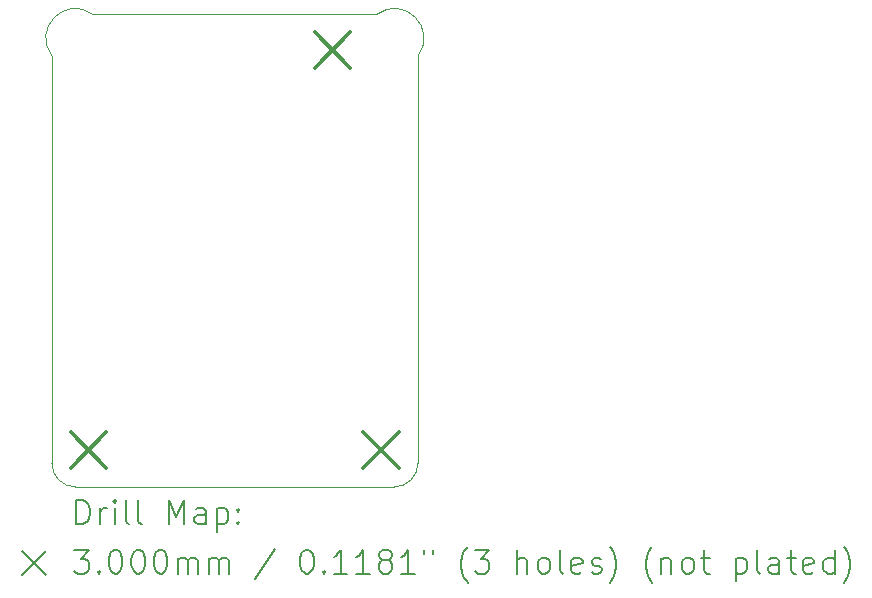
<source format=gbr>
%TF.GenerationSoftware,KiCad,Pcbnew,9.0.0*%
%TF.CreationDate,2025-11-27T12:56:08-07:00*%
%TF.ProjectId,OSS-Radio_2M70CM,4f53532d-5261-4646-996f-5f324d373043,rev?*%
%TF.SameCoordinates,Original*%
%TF.FileFunction,Drillmap*%
%TF.FilePolarity,Positive*%
%FSLAX45Y45*%
G04 Gerber Fmt 4.5, Leading zero omitted, Abs format (unit mm)*
G04 Created by KiCad (PCBNEW 9.0.0) date 2025-11-27 12:56:08*
%MOMM*%
%LPD*%
G01*
G04 APERTURE LIST*
%ADD10C,0.050000*%
%ADD11C,0.200000*%
%ADD12C,0.300000*%
G04 APERTURE END LIST*
D10*
X13450000Y-11800000D02*
X13450000Y-8350000D01*
X13650000Y-12000000D02*
G75*
G02*
X13450000Y-11800000I0J200000D01*
G01*
X13450000Y-8350000D02*
G75*
G02*
X13800000Y-8000000I200000J150000D01*
G01*
X16550000Y-11800000D02*
G75*
G02*
X16350000Y-12000000I-200000J0D01*
G01*
X16350000Y-12000000D02*
X13650000Y-12000000D01*
X13800000Y-8000000D02*
X16200000Y-8000000D01*
X16550000Y-8350000D02*
X16550000Y-11800000D01*
X16200000Y-8000000D02*
G75*
G02*
X16550000Y-8350000I150000J-200000D01*
G01*
D11*
D12*
X13612500Y-11537500D02*
X13912500Y-11837500D01*
X13912500Y-11537500D02*
X13612500Y-11837500D01*
X15675000Y-8150000D02*
X15975000Y-8450000D01*
X15975000Y-8150000D02*
X15675000Y-8450000D01*
X16087500Y-11537500D02*
X16387500Y-11837500D01*
X16387500Y-11537500D02*
X16087500Y-11837500D01*
D11*
X13658277Y-12313984D02*
X13658277Y-12113984D01*
X13658277Y-12113984D02*
X13705896Y-12113984D01*
X13705896Y-12113984D02*
X13734467Y-12123508D01*
X13734467Y-12123508D02*
X13753515Y-12142555D01*
X13753515Y-12142555D02*
X13763039Y-12161603D01*
X13763039Y-12161603D02*
X13772562Y-12199698D01*
X13772562Y-12199698D02*
X13772562Y-12228269D01*
X13772562Y-12228269D02*
X13763039Y-12266365D01*
X13763039Y-12266365D02*
X13753515Y-12285412D01*
X13753515Y-12285412D02*
X13734467Y-12304460D01*
X13734467Y-12304460D02*
X13705896Y-12313984D01*
X13705896Y-12313984D02*
X13658277Y-12313984D01*
X13858277Y-12313984D02*
X13858277Y-12180650D01*
X13858277Y-12218746D02*
X13867801Y-12199698D01*
X13867801Y-12199698D02*
X13877324Y-12190174D01*
X13877324Y-12190174D02*
X13896372Y-12180650D01*
X13896372Y-12180650D02*
X13915420Y-12180650D01*
X13982086Y-12313984D02*
X13982086Y-12180650D01*
X13982086Y-12113984D02*
X13972562Y-12123508D01*
X13972562Y-12123508D02*
X13982086Y-12133031D01*
X13982086Y-12133031D02*
X13991610Y-12123508D01*
X13991610Y-12123508D02*
X13982086Y-12113984D01*
X13982086Y-12113984D02*
X13982086Y-12133031D01*
X14105896Y-12313984D02*
X14086848Y-12304460D01*
X14086848Y-12304460D02*
X14077324Y-12285412D01*
X14077324Y-12285412D02*
X14077324Y-12113984D01*
X14210658Y-12313984D02*
X14191610Y-12304460D01*
X14191610Y-12304460D02*
X14182086Y-12285412D01*
X14182086Y-12285412D02*
X14182086Y-12113984D01*
X14439229Y-12313984D02*
X14439229Y-12113984D01*
X14439229Y-12113984D02*
X14505896Y-12256841D01*
X14505896Y-12256841D02*
X14572562Y-12113984D01*
X14572562Y-12113984D02*
X14572562Y-12313984D01*
X14753515Y-12313984D02*
X14753515Y-12209222D01*
X14753515Y-12209222D02*
X14743991Y-12190174D01*
X14743991Y-12190174D02*
X14724943Y-12180650D01*
X14724943Y-12180650D02*
X14686848Y-12180650D01*
X14686848Y-12180650D02*
X14667801Y-12190174D01*
X14753515Y-12304460D02*
X14734467Y-12313984D01*
X14734467Y-12313984D02*
X14686848Y-12313984D01*
X14686848Y-12313984D02*
X14667801Y-12304460D01*
X14667801Y-12304460D02*
X14658277Y-12285412D01*
X14658277Y-12285412D02*
X14658277Y-12266365D01*
X14658277Y-12266365D02*
X14667801Y-12247317D01*
X14667801Y-12247317D02*
X14686848Y-12237793D01*
X14686848Y-12237793D02*
X14734467Y-12237793D01*
X14734467Y-12237793D02*
X14753515Y-12228269D01*
X14848753Y-12180650D02*
X14848753Y-12380650D01*
X14848753Y-12190174D02*
X14867801Y-12180650D01*
X14867801Y-12180650D02*
X14905896Y-12180650D01*
X14905896Y-12180650D02*
X14924943Y-12190174D01*
X14924943Y-12190174D02*
X14934467Y-12199698D01*
X14934467Y-12199698D02*
X14943991Y-12218746D01*
X14943991Y-12218746D02*
X14943991Y-12275888D01*
X14943991Y-12275888D02*
X14934467Y-12294936D01*
X14934467Y-12294936D02*
X14924943Y-12304460D01*
X14924943Y-12304460D02*
X14905896Y-12313984D01*
X14905896Y-12313984D02*
X14867801Y-12313984D01*
X14867801Y-12313984D02*
X14848753Y-12304460D01*
X15029705Y-12294936D02*
X15039229Y-12304460D01*
X15039229Y-12304460D02*
X15029705Y-12313984D01*
X15029705Y-12313984D02*
X15020182Y-12304460D01*
X15020182Y-12304460D02*
X15029705Y-12294936D01*
X15029705Y-12294936D02*
X15029705Y-12313984D01*
X15029705Y-12190174D02*
X15039229Y-12199698D01*
X15039229Y-12199698D02*
X15029705Y-12209222D01*
X15029705Y-12209222D02*
X15020182Y-12199698D01*
X15020182Y-12199698D02*
X15029705Y-12190174D01*
X15029705Y-12190174D02*
X15029705Y-12209222D01*
X13197500Y-12542500D02*
X13397500Y-12742500D01*
X13397500Y-12542500D02*
X13197500Y-12742500D01*
X13639229Y-12533984D02*
X13763039Y-12533984D01*
X13763039Y-12533984D02*
X13696372Y-12610174D01*
X13696372Y-12610174D02*
X13724943Y-12610174D01*
X13724943Y-12610174D02*
X13743991Y-12619698D01*
X13743991Y-12619698D02*
X13753515Y-12629222D01*
X13753515Y-12629222D02*
X13763039Y-12648269D01*
X13763039Y-12648269D02*
X13763039Y-12695888D01*
X13763039Y-12695888D02*
X13753515Y-12714936D01*
X13753515Y-12714936D02*
X13743991Y-12724460D01*
X13743991Y-12724460D02*
X13724943Y-12733984D01*
X13724943Y-12733984D02*
X13667801Y-12733984D01*
X13667801Y-12733984D02*
X13648753Y-12724460D01*
X13648753Y-12724460D02*
X13639229Y-12714936D01*
X13848753Y-12714936D02*
X13858277Y-12724460D01*
X13858277Y-12724460D02*
X13848753Y-12733984D01*
X13848753Y-12733984D02*
X13839229Y-12724460D01*
X13839229Y-12724460D02*
X13848753Y-12714936D01*
X13848753Y-12714936D02*
X13848753Y-12733984D01*
X13982086Y-12533984D02*
X14001134Y-12533984D01*
X14001134Y-12533984D02*
X14020182Y-12543508D01*
X14020182Y-12543508D02*
X14029705Y-12553031D01*
X14029705Y-12553031D02*
X14039229Y-12572079D01*
X14039229Y-12572079D02*
X14048753Y-12610174D01*
X14048753Y-12610174D02*
X14048753Y-12657793D01*
X14048753Y-12657793D02*
X14039229Y-12695888D01*
X14039229Y-12695888D02*
X14029705Y-12714936D01*
X14029705Y-12714936D02*
X14020182Y-12724460D01*
X14020182Y-12724460D02*
X14001134Y-12733984D01*
X14001134Y-12733984D02*
X13982086Y-12733984D01*
X13982086Y-12733984D02*
X13963039Y-12724460D01*
X13963039Y-12724460D02*
X13953515Y-12714936D01*
X13953515Y-12714936D02*
X13943991Y-12695888D01*
X13943991Y-12695888D02*
X13934467Y-12657793D01*
X13934467Y-12657793D02*
X13934467Y-12610174D01*
X13934467Y-12610174D02*
X13943991Y-12572079D01*
X13943991Y-12572079D02*
X13953515Y-12553031D01*
X13953515Y-12553031D02*
X13963039Y-12543508D01*
X13963039Y-12543508D02*
X13982086Y-12533984D01*
X14172562Y-12533984D02*
X14191610Y-12533984D01*
X14191610Y-12533984D02*
X14210658Y-12543508D01*
X14210658Y-12543508D02*
X14220182Y-12553031D01*
X14220182Y-12553031D02*
X14229705Y-12572079D01*
X14229705Y-12572079D02*
X14239229Y-12610174D01*
X14239229Y-12610174D02*
X14239229Y-12657793D01*
X14239229Y-12657793D02*
X14229705Y-12695888D01*
X14229705Y-12695888D02*
X14220182Y-12714936D01*
X14220182Y-12714936D02*
X14210658Y-12724460D01*
X14210658Y-12724460D02*
X14191610Y-12733984D01*
X14191610Y-12733984D02*
X14172562Y-12733984D01*
X14172562Y-12733984D02*
X14153515Y-12724460D01*
X14153515Y-12724460D02*
X14143991Y-12714936D01*
X14143991Y-12714936D02*
X14134467Y-12695888D01*
X14134467Y-12695888D02*
X14124943Y-12657793D01*
X14124943Y-12657793D02*
X14124943Y-12610174D01*
X14124943Y-12610174D02*
X14134467Y-12572079D01*
X14134467Y-12572079D02*
X14143991Y-12553031D01*
X14143991Y-12553031D02*
X14153515Y-12543508D01*
X14153515Y-12543508D02*
X14172562Y-12533984D01*
X14363039Y-12533984D02*
X14382086Y-12533984D01*
X14382086Y-12533984D02*
X14401134Y-12543508D01*
X14401134Y-12543508D02*
X14410658Y-12553031D01*
X14410658Y-12553031D02*
X14420182Y-12572079D01*
X14420182Y-12572079D02*
X14429705Y-12610174D01*
X14429705Y-12610174D02*
X14429705Y-12657793D01*
X14429705Y-12657793D02*
X14420182Y-12695888D01*
X14420182Y-12695888D02*
X14410658Y-12714936D01*
X14410658Y-12714936D02*
X14401134Y-12724460D01*
X14401134Y-12724460D02*
X14382086Y-12733984D01*
X14382086Y-12733984D02*
X14363039Y-12733984D01*
X14363039Y-12733984D02*
X14343991Y-12724460D01*
X14343991Y-12724460D02*
X14334467Y-12714936D01*
X14334467Y-12714936D02*
X14324943Y-12695888D01*
X14324943Y-12695888D02*
X14315420Y-12657793D01*
X14315420Y-12657793D02*
X14315420Y-12610174D01*
X14315420Y-12610174D02*
X14324943Y-12572079D01*
X14324943Y-12572079D02*
X14334467Y-12553031D01*
X14334467Y-12553031D02*
X14343991Y-12543508D01*
X14343991Y-12543508D02*
X14363039Y-12533984D01*
X14515420Y-12733984D02*
X14515420Y-12600650D01*
X14515420Y-12619698D02*
X14524943Y-12610174D01*
X14524943Y-12610174D02*
X14543991Y-12600650D01*
X14543991Y-12600650D02*
X14572563Y-12600650D01*
X14572563Y-12600650D02*
X14591610Y-12610174D01*
X14591610Y-12610174D02*
X14601134Y-12629222D01*
X14601134Y-12629222D02*
X14601134Y-12733984D01*
X14601134Y-12629222D02*
X14610658Y-12610174D01*
X14610658Y-12610174D02*
X14629705Y-12600650D01*
X14629705Y-12600650D02*
X14658277Y-12600650D01*
X14658277Y-12600650D02*
X14677324Y-12610174D01*
X14677324Y-12610174D02*
X14686848Y-12629222D01*
X14686848Y-12629222D02*
X14686848Y-12733984D01*
X14782086Y-12733984D02*
X14782086Y-12600650D01*
X14782086Y-12619698D02*
X14791610Y-12610174D01*
X14791610Y-12610174D02*
X14810658Y-12600650D01*
X14810658Y-12600650D02*
X14839229Y-12600650D01*
X14839229Y-12600650D02*
X14858277Y-12610174D01*
X14858277Y-12610174D02*
X14867801Y-12629222D01*
X14867801Y-12629222D02*
X14867801Y-12733984D01*
X14867801Y-12629222D02*
X14877324Y-12610174D01*
X14877324Y-12610174D02*
X14896372Y-12600650D01*
X14896372Y-12600650D02*
X14924943Y-12600650D01*
X14924943Y-12600650D02*
X14943991Y-12610174D01*
X14943991Y-12610174D02*
X14953515Y-12629222D01*
X14953515Y-12629222D02*
X14953515Y-12733984D01*
X15343991Y-12524460D02*
X15172563Y-12781603D01*
X15601134Y-12533984D02*
X15620182Y-12533984D01*
X15620182Y-12533984D02*
X15639229Y-12543508D01*
X15639229Y-12543508D02*
X15648753Y-12553031D01*
X15648753Y-12553031D02*
X15658277Y-12572079D01*
X15658277Y-12572079D02*
X15667801Y-12610174D01*
X15667801Y-12610174D02*
X15667801Y-12657793D01*
X15667801Y-12657793D02*
X15658277Y-12695888D01*
X15658277Y-12695888D02*
X15648753Y-12714936D01*
X15648753Y-12714936D02*
X15639229Y-12724460D01*
X15639229Y-12724460D02*
X15620182Y-12733984D01*
X15620182Y-12733984D02*
X15601134Y-12733984D01*
X15601134Y-12733984D02*
X15582086Y-12724460D01*
X15582086Y-12724460D02*
X15572563Y-12714936D01*
X15572563Y-12714936D02*
X15563039Y-12695888D01*
X15563039Y-12695888D02*
X15553515Y-12657793D01*
X15553515Y-12657793D02*
X15553515Y-12610174D01*
X15553515Y-12610174D02*
X15563039Y-12572079D01*
X15563039Y-12572079D02*
X15572563Y-12553031D01*
X15572563Y-12553031D02*
X15582086Y-12543508D01*
X15582086Y-12543508D02*
X15601134Y-12533984D01*
X15753515Y-12714936D02*
X15763039Y-12724460D01*
X15763039Y-12724460D02*
X15753515Y-12733984D01*
X15753515Y-12733984D02*
X15743991Y-12724460D01*
X15743991Y-12724460D02*
X15753515Y-12714936D01*
X15753515Y-12714936D02*
X15753515Y-12733984D01*
X15953515Y-12733984D02*
X15839229Y-12733984D01*
X15896372Y-12733984D02*
X15896372Y-12533984D01*
X15896372Y-12533984D02*
X15877325Y-12562555D01*
X15877325Y-12562555D02*
X15858277Y-12581603D01*
X15858277Y-12581603D02*
X15839229Y-12591127D01*
X16143991Y-12733984D02*
X16029706Y-12733984D01*
X16086848Y-12733984D02*
X16086848Y-12533984D01*
X16086848Y-12533984D02*
X16067801Y-12562555D01*
X16067801Y-12562555D02*
X16048753Y-12581603D01*
X16048753Y-12581603D02*
X16029706Y-12591127D01*
X16258277Y-12619698D02*
X16239229Y-12610174D01*
X16239229Y-12610174D02*
X16229706Y-12600650D01*
X16229706Y-12600650D02*
X16220182Y-12581603D01*
X16220182Y-12581603D02*
X16220182Y-12572079D01*
X16220182Y-12572079D02*
X16229706Y-12553031D01*
X16229706Y-12553031D02*
X16239229Y-12543508D01*
X16239229Y-12543508D02*
X16258277Y-12533984D01*
X16258277Y-12533984D02*
X16296372Y-12533984D01*
X16296372Y-12533984D02*
X16315420Y-12543508D01*
X16315420Y-12543508D02*
X16324944Y-12553031D01*
X16324944Y-12553031D02*
X16334467Y-12572079D01*
X16334467Y-12572079D02*
X16334467Y-12581603D01*
X16334467Y-12581603D02*
X16324944Y-12600650D01*
X16324944Y-12600650D02*
X16315420Y-12610174D01*
X16315420Y-12610174D02*
X16296372Y-12619698D01*
X16296372Y-12619698D02*
X16258277Y-12619698D01*
X16258277Y-12619698D02*
X16239229Y-12629222D01*
X16239229Y-12629222D02*
X16229706Y-12638746D01*
X16229706Y-12638746D02*
X16220182Y-12657793D01*
X16220182Y-12657793D02*
X16220182Y-12695888D01*
X16220182Y-12695888D02*
X16229706Y-12714936D01*
X16229706Y-12714936D02*
X16239229Y-12724460D01*
X16239229Y-12724460D02*
X16258277Y-12733984D01*
X16258277Y-12733984D02*
X16296372Y-12733984D01*
X16296372Y-12733984D02*
X16315420Y-12724460D01*
X16315420Y-12724460D02*
X16324944Y-12714936D01*
X16324944Y-12714936D02*
X16334467Y-12695888D01*
X16334467Y-12695888D02*
X16334467Y-12657793D01*
X16334467Y-12657793D02*
X16324944Y-12638746D01*
X16324944Y-12638746D02*
X16315420Y-12629222D01*
X16315420Y-12629222D02*
X16296372Y-12619698D01*
X16524944Y-12733984D02*
X16410658Y-12733984D01*
X16467801Y-12733984D02*
X16467801Y-12533984D01*
X16467801Y-12533984D02*
X16448753Y-12562555D01*
X16448753Y-12562555D02*
X16429706Y-12581603D01*
X16429706Y-12581603D02*
X16410658Y-12591127D01*
X16601134Y-12533984D02*
X16601134Y-12572079D01*
X16677325Y-12533984D02*
X16677325Y-12572079D01*
X16972563Y-12810174D02*
X16963039Y-12800650D01*
X16963039Y-12800650D02*
X16943991Y-12772079D01*
X16943991Y-12772079D02*
X16934468Y-12753031D01*
X16934468Y-12753031D02*
X16924944Y-12724460D01*
X16924944Y-12724460D02*
X16915420Y-12676841D01*
X16915420Y-12676841D02*
X16915420Y-12638746D01*
X16915420Y-12638746D02*
X16924944Y-12591127D01*
X16924944Y-12591127D02*
X16934468Y-12562555D01*
X16934468Y-12562555D02*
X16943991Y-12543508D01*
X16943991Y-12543508D02*
X16963039Y-12514936D01*
X16963039Y-12514936D02*
X16972563Y-12505412D01*
X17029706Y-12533984D02*
X17153515Y-12533984D01*
X17153515Y-12533984D02*
X17086849Y-12610174D01*
X17086849Y-12610174D02*
X17115420Y-12610174D01*
X17115420Y-12610174D02*
X17134468Y-12619698D01*
X17134468Y-12619698D02*
X17143991Y-12629222D01*
X17143991Y-12629222D02*
X17153515Y-12648269D01*
X17153515Y-12648269D02*
X17153515Y-12695888D01*
X17153515Y-12695888D02*
X17143991Y-12714936D01*
X17143991Y-12714936D02*
X17134468Y-12724460D01*
X17134468Y-12724460D02*
X17115420Y-12733984D01*
X17115420Y-12733984D02*
X17058277Y-12733984D01*
X17058277Y-12733984D02*
X17039230Y-12724460D01*
X17039230Y-12724460D02*
X17029706Y-12714936D01*
X17391611Y-12733984D02*
X17391611Y-12533984D01*
X17477325Y-12733984D02*
X17477325Y-12629222D01*
X17477325Y-12629222D02*
X17467801Y-12610174D01*
X17467801Y-12610174D02*
X17448753Y-12600650D01*
X17448753Y-12600650D02*
X17420182Y-12600650D01*
X17420182Y-12600650D02*
X17401134Y-12610174D01*
X17401134Y-12610174D02*
X17391611Y-12619698D01*
X17601134Y-12733984D02*
X17582087Y-12724460D01*
X17582087Y-12724460D02*
X17572563Y-12714936D01*
X17572563Y-12714936D02*
X17563039Y-12695888D01*
X17563039Y-12695888D02*
X17563039Y-12638746D01*
X17563039Y-12638746D02*
X17572563Y-12619698D01*
X17572563Y-12619698D02*
X17582087Y-12610174D01*
X17582087Y-12610174D02*
X17601134Y-12600650D01*
X17601134Y-12600650D02*
X17629706Y-12600650D01*
X17629706Y-12600650D02*
X17648753Y-12610174D01*
X17648753Y-12610174D02*
X17658277Y-12619698D01*
X17658277Y-12619698D02*
X17667801Y-12638746D01*
X17667801Y-12638746D02*
X17667801Y-12695888D01*
X17667801Y-12695888D02*
X17658277Y-12714936D01*
X17658277Y-12714936D02*
X17648753Y-12724460D01*
X17648753Y-12724460D02*
X17629706Y-12733984D01*
X17629706Y-12733984D02*
X17601134Y-12733984D01*
X17782087Y-12733984D02*
X17763039Y-12724460D01*
X17763039Y-12724460D02*
X17753515Y-12705412D01*
X17753515Y-12705412D02*
X17753515Y-12533984D01*
X17934468Y-12724460D02*
X17915420Y-12733984D01*
X17915420Y-12733984D02*
X17877325Y-12733984D01*
X17877325Y-12733984D02*
X17858277Y-12724460D01*
X17858277Y-12724460D02*
X17848753Y-12705412D01*
X17848753Y-12705412D02*
X17848753Y-12629222D01*
X17848753Y-12629222D02*
X17858277Y-12610174D01*
X17858277Y-12610174D02*
X17877325Y-12600650D01*
X17877325Y-12600650D02*
X17915420Y-12600650D01*
X17915420Y-12600650D02*
X17934468Y-12610174D01*
X17934468Y-12610174D02*
X17943992Y-12629222D01*
X17943992Y-12629222D02*
X17943992Y-12648269D01*
X17943992Y-12648269D02*
X17848753Y-12667317D01*
X18020182Y-12724460D02*
X18039230Y-12733984D01*
X18039230Y-12733984D02*
X18077325Y-12733984D01*
X18077325Y-12733984D02*
X18096373Y-12724460D01*
X18096373Y-12724460D02*
X18105896Y-12705412D01*
X18105896Y-12705412D02*
X18105896Y-12695888D01*
X18105896Y-12695888D02*
X18096373Y-12676841D01*
X18096373Y-12676841D02*
X18077325Y-12667317D01*
X18077325Y-12667317D02*
X18048753Y-12667317D01*
X18048753Y-12667317D02*
X18029706Y-12657793D01*
X18029706Y-12657793D02*
X18020182Y-12638746D01*
X18020182Y-12638746D02*
X18020182Y-12629222D01*
X18020182Y-12629222D02*
X18029706Y-12610174D01*
X18029706Y-12610174D02*
X18048753Y-12600650D01*
X18048753Y-12600650D02*
X18077325Y-12600650D01*
X18077325Y-12600650D02*
X18096373Y-12610174D01*
X18172563Y-12810174D02*
X18182087Y-12800650D01*
X18182087Y-12800650D02*
X18201134Y-12772079D01*
X18201134Y-12772079D02*
X18210658Y-12753031D01*
X18210658Y-12753031D02*
X18220182Y-12724460D01*
X18220182Y-12724460D02*
X18229706Y-12676841D01*
X18229706Y-12676841D02*
X18229706Y-12638746D01*
X18229706Y-12638746D02*
X18220182Y-12591127D01*
X18220182Y-12591127D02*
X18210658Y-12562555D01*
X18210658Y-12562555D02*
X18201134Y-12543508D01*
X18201134Y-12543508D02*
X18182087Y-12514936D01*
X18182087Y-12514936D02*
X18172563Y-12505412D01*
X18534468Y-12810174D02*
X18524944Y-12800650D01*
X18524944Y-12800650D02*
X18505896Y-12772079D01*
X18505896Y-12772079D02*
X18496373Y-12753031D01*
X18496373Y-12753031D02*
X18486849Y-12724460D01*
X18486849Y-12724460D02*
X18477325Y-12676841D01*
X18477325Y-12676841D02*
X18477325Y-12638746D01*
X18477325Y-12638746D02*
X18486849Y-12591127D01*
X18486849Y-12591127D02*
X18496373Y-12562555D01*
X18496373Y-12562555D02*
X18505896Y-12543508D01*
X18505896Y-12543508D02*
X18524944Y-12514936D01*
X18524944Y-12514936D02*
X18534468Y-12505412D01*
X18610658Y-12600650D02*
X18610658Y-12733984D01*
X18610658Y-12619698D02*
X18620182Y-12610174D01*
X18620182Y-12610174D02*
X18639230Y-12600650D01*
X18639230Y-12600650D02*
X18667801Y-12600650D01*
X18667801Y-12600650D02*
X18686849Y-12610174D01*
X18686849Y-12610174D02*
X18696373Y-12629222D01*
X18696373Y-12629222D02*
X18696373Y-12733984D01*
X18820182Y-12733984D02*
X18801134Y-12724460D01*
X18801134Y-12724460D02*
X18791611Y-12714936D01*
X18791611Y-12714936D02*
X18782087Y-12695888D01*
X18782087Y-12695888D02*
X18782087Y-12638746D01*
X18782087Y-12638746D02*
X18791611Y-12619698D01*
X18791611Y-12619698D02*
X18801134Y-12610174D01*
X18801134Y-12610174D02*
X18820182Y-12600650D01*
X18820182Y-12600650D02*
X18848754Y-12600650D01*
X18848754Y-12600650D02*
X18867801Y-12610174D01*
X18867801Y-12610174D02*
X18877325Y-12619698D01*
X18877325Y-12619698D02*
X18886849Y-12638746D01*
X18886849Y-12638746D02*
X18886849Y-12695888D01*
X18886849Y-12695888D02*
X18877325Y-12714936D01*
X18877325Y-12714936D02*
X18867801Y-12724460D01*
X18867801Y-12724460D02*
X18848754Y-12733984D01*
X18848754Y-12733984D02*
X18820182Y-12733984D01*
X18943992Y-12600650D02*
X19020182Y-12600650D01*
X18972563Y-12533984D02*
X18972563Y-12705412D01*
X18972563Y-12705412D02*
X18982087Y-12724460D01*
X18982087Y-12724460D02*
X19001134Y-12733984D01*
X19001134Y-12733984D02*
X19020182Y-12733984D01*
X19239230Y-12600650D02*
X19239230Y-12800650D01*
X19239230Y-12610174D02*
X19258277Y-12600650D01*
X19258277Y-12600650D02*
X19296373Y-12600650D01*
X19296373Y-12600650D02*
X19315420Y-12610174D01*
X19315420Y-12610174D02*
X19324944Y-12619698D01*
X19324944Y-12619698D02*
X19334468Y-12638746D01*
X19334468Y-12638746D02*
X19334468Y-12695888D01*
X19334468Y-12695888D02*
X19324944Y-12714936D01*
X19324944Y-12714936D02*
X19315420Y-12724460D01*
X19315420Y-12724460D02*
X19296373Y-12733984D01*
X19296373Y-12733984D02*
X19258277Y-12733984D01*
X19258277Y-12733984D02*
X19239230Y-12724460D01*
X19448754Y-12733984D02*
X19429706Y-12724460D01*
X19429706Y-12724460D02*
X19420182Y-12705412D01*
X19420182Y-12705412D02*
X19420182Y-12533984D01*
X19610658Y-12733984D02*
X19610658Y-12629222D01*
X19610658Y-12629222D02*
X19601135Y-12610174D01*
X19601135Y-12610174D02*
X19582087Y-12600650D01*
X19582087Y-12600650D02*
X19543992Y-12600650D01*
X19543992Y-12600650D02*
X19524944Y-12610174D01*
X19610658Y-12724460D02*
X19591611Y-12733984D01*
X19591611Y-12733984D02*
X19543992Y-12733984D01*
X19543992Y-12733984D02*
X19524944Y-12724460D01*
X19524944Y-12724460D02*
X19515420Y-12705412D01*
X19515420Y-12705412D02*
X19515420Y-12686365D01*
X19515420Y-12686365D02*
X19524944Y-12667317D01*
X19524944Y-12667317D02*
X19543992Y-12657793D01*
X19543992Y-12657793D02*
X19591611Y-12657793D01*
X19591611Y-12657793D02*
X19610658Y-12648269D01*
X19677325Y-12600650D02*
X19753515Y-12600650D01*
X19705896Y-12533984D02*
X19705896Y-12705412D01*
X19705896Y-12705412D02*
X19715420Y-12724460D01*
X19715420Y-12724460D02*
X19734468Y-12733984D01*
X19734468Y-12733984D02*
X19753515Y-12733984D01*
X19896373Y-12724460D02*
X19877325Y-12733984D01*
X19877325Y-12733984D02*
X19839230Y-12733984D01*
X19839230Y-12733984D02*
X19820182Y-12724460D01*
X19820182Y-12724460D02*
X19810658Y-12705412D01*
X19810658Y-12705412D02*
X19810658Y-12629222D01*
X19810658Y-12629222D02*
X19820182Y-12610174D01*
X19820182Y-12610174D02*
X19839230Y-12600650D01*
X19839230Y-12600650D02*
X19877325Y-12600650D01*
X19877325Y-12600650D02*
X19896373Y-12610174D01*
X19896373Y-12610174D02*
X19905896Y-12629222D01*
X19905896Y-12629222D02*
X19905896Y-12648269D01*
X19905896Y-12648269D02*
X19810658Y-12667317D01*
X20077325Y-12733984D02*
X20077325Y-12533984D01*
X20077325Y-12724460D02*
X20058277Y-12733984D01*
X20058277Y-12733984D02*
X20020182Y-12733984D01*
X20020182Y-12733984D02*
X20001135Y-12724460D01*
X20001135Y-12724460D02*
X19991611Y-12714936D01*
X19991611Y-12714936D02*
X19982087Y-12695888D01*
X19982087Y-12695888D02*
X19982087Y-12638746D01*
X19982087Y-12638746D02*
X19991611Y-12619698D01*
X19991611Y-12619698D02*
X20001135Y-12610174D01*
X20001135Y-12610174D02*
X20020182Y-12600650D01*
X20020182Y-12600650D02*
X20058277Y-12600650D01*
X20058277Y-12600650D02*
X20077325Y-12610174D01*
X20153516Y-12810174D02*
X20163039Y-12800650D01*
X20163039Y-12800650D02*
X20182087Y-12772079D01*
X20182087Y-12772079D02*
X20191611Y-12753031D01*
X20191611Y-12753031D02*
X20201135Y-12724460D01*
X20201135Y-12724460D02*
X20210658Y-12676841D01*
X20210658Y-12676841D02*
X20210658Y-12638746D01*
X20210658Y-12638746D02*
X20201135Y-12591127D01*
X20201135Y-12591127D02*
X20191611Y-12562555D01*
X20191611Y-12562555D02*
X20182087Y-12543508D01*
X20182087Y-12543508D02*
X20163039Y-12514936D01*
X20163039Y-12514936D02*
X20153516Y-12505412D01*
M02*

</source>
